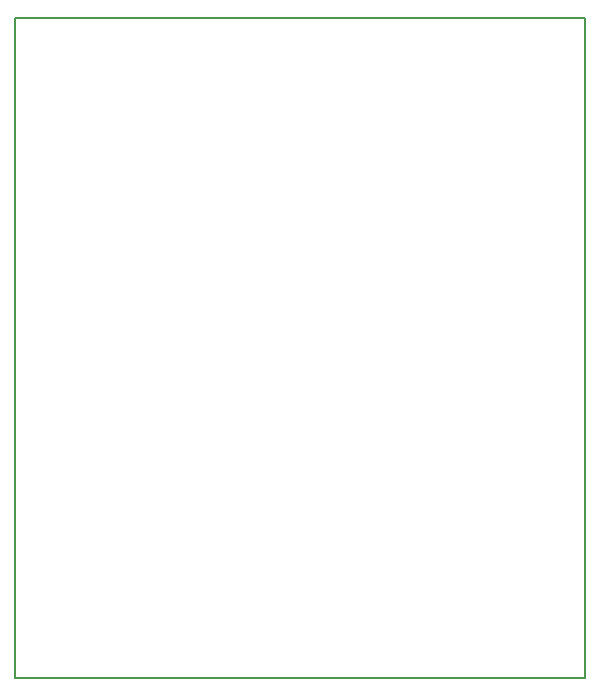
<source format=gm1>
G04 #@! TF.FileFunction,Profile,NP*
%FSLAX46Y46*%
G04 Gerber Fmt 4.6, Leading zero omitted, Abs format (unit mm)*
G04 Created by KiCad (PCBNEW 4.0.5+dfsg1-4) date Thu Jun  7 11:31:42 2018*
%MOMM*%
%LPD*%
G01*
G04 APERTURE LIST*
%ADD10C,0.100000*%
%ADD11C,0.150000*%
G04 APERTURE END LIST*
D10*
D11*
X137160000Y-111760000D02*
X137160000Y-55880000D01*
X185420000Y-111760000D02*
X137160000Y-111760000D01*
X185420000Y-55880000D02*
X185420000Y-111760000D01*
X137160000Y-55880000D02*
X185420000Y-55880000D01*
M02*

</source>
